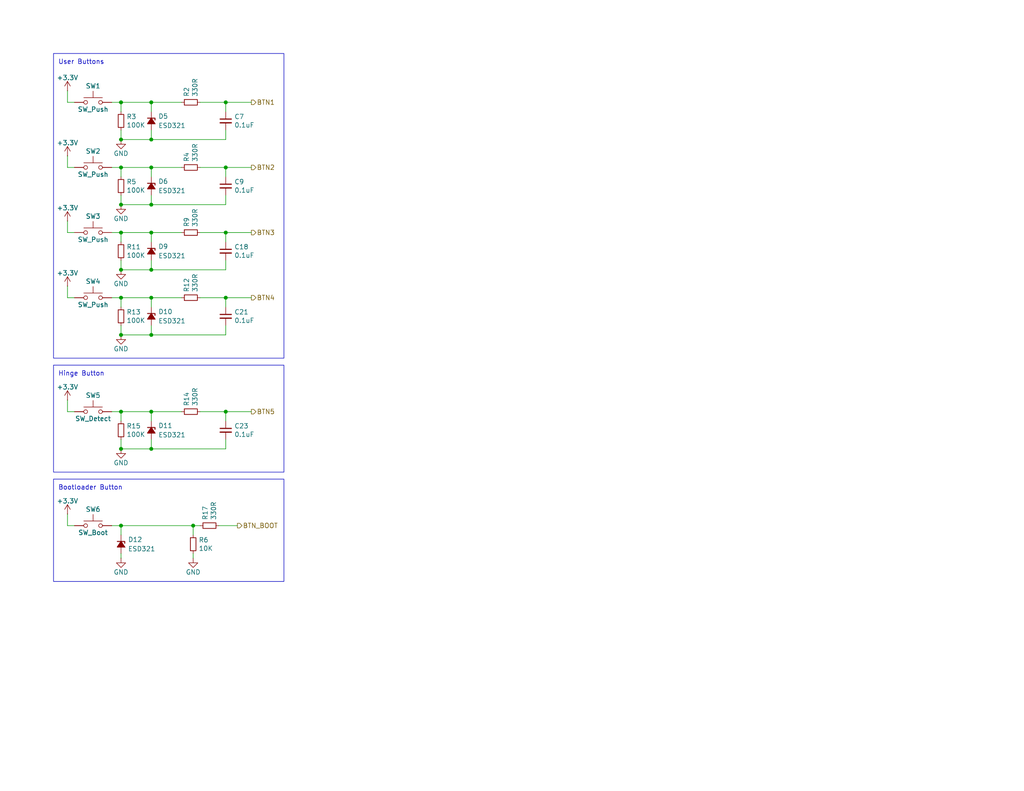
<source format=kicad_sch>
(kicad_sch (version 20231120) (generator "eeschema") (generator_version "8.0")
  (paper "USLetter")
  (title_block (title "Printalyzer UV/VIS Densitometer - Main Board") (date "2024-11-22") (rev "D") (company "Dektronics, Inc.") (comment 1 "Derek Konigsberg <dkonigsberg@dektronics.com>"))
  (lib_symbols
    (symbol "Device:C_Small" (pin_numbers hide) (pin_names (offset 0.254) hide)
      (property "Reference" "C" (at 0.254 1.778 0))
      (property "Value" "C_Small" (at 0.254 -2.032 0))
      (symbol "C_Small_0_1"
        (polyline (pts (xy -1.524 -0.508) (xy 1.524 -0.508)) (stroke (width 0.3302)))
        (polyline (pts (xy -1.524 0.508) (xy 1.524 0.508)) (stroke (width 0.3048)))
      )
      (symbol "C_Small_1_1"
        (pin passive line (at 0 2.54 270) (length 2.032) (name "~") (number "1"))
        (pin passive line (at 0 -2.54 90) (length 2.032) (name "~") (number "2"))
      )
    )
    (symbol "Device:R_Small" (pin_numbers hide) (pin_names (offset 0.254) hide)
      (property "Reference" "R" (at 0.762 0.508 0))
      (property "Value" "R_Small" (at 0.762 -1.016 0))
      (symbol "R_Small_0_1"
        (rectangle (start -0.762 1.778) (end 0.762 -1.778) (stroke (width 0.2032)))
      )
      (symbol "R_Small_1_1"
        (pin passive line (at 0 2.54 270) (length 0.762) (name "~") (number "1"))
        (pin passive line (at 0 -2.54 90) (length 0.762) (name "~") (number "2"))
      )
    )
    (symbol "Project:ESD321DYAR" (pin_numbers hide) (pin_names (offset 0.254) hide)
      (property "Reference" "D" (at 0 2.286 0))
      (property "Value" "ESD321DYAR" (at 0 -2.286 0))
      (symbol "ESD321DYAR_0_1"
        (polyline (pts (xy 0.762 0) (xy -0.762 0)))
        (polyline (pts (xy -0.254 1.016) (xy -0.762 1.016) (xy -0.762 -1.016)) (stroke (width 0.254)))
        (polyline (pts (xy 0.762 1.016) (xy -0.762 0) (xy 0.762 -1.016) (xy 0.762 1.016)) (stroke (width 0.254)) (fill (type outline)))
      )
      (symbol "ESD321DYAR_1_1"
        (pin passive line (at 2.54 0 180) (length 1.778) (name "A") (number "1"))
        (pin passive line (at -2.54 0 0) (length 1.778) (name "K") (number "2"))
      )
    )
    (symbol "Switch:SW_Push" (pin_numbers hide) (pin_names (offset 1.016) hide)
      (property "Reference" "SW" (at 1.27 2.54 0))
      (property "Value" "SW_Push" (at 0 -1.524 0))
      (symbol "SW_Push_0_1"
        (circle (center -2.032 0) (radius 0.508))
        (polyline (pts (xy 0 1.27) (xy 0 3.048)))
        (polyline (pts (xy 2.54 1.27) (xy -2.54 1.27)))
        (circle (center 2.032 0) (radius 0.508))
        (pin passive line (at -5.08 0 0) (length 2.54) (name "1") (number "1"))
        (pin passive line (at 5.08 0 180) (length 2.54) (name "2") (number "2"))
      )
    )
    (symbol "power:+3.3V" (power) (pin_numbers hide) (pin_names (offset 0) hide)
      (property "Value" "+3.3V" (at 0 3.556 0))
      (symbol "+3.3V_0_1"
        (polyline (pts (xy -0.762 1.27) (xy 0 2.54)))
        (polyline (pts (xy 0 0) (xy 0 2.54)))
        (polyline (pts (xy 0 2.54) (xy 0.762 1.27)))
      )
      (symbol "+3.3V_1_1"
        (pin power_in line (at 0 0 90) (length 0) (name "~") (number "1"))
      )
    )
    (symbol "power:GND" (power) (pin_numbers hide) (pin_names (offset 0) hide)
      (property "Value" "GND" (at 0 -3.81 0))
      (symbol "GND_0_1"
        (polyline (pts (xy 0 0) (xy 0 -1.27) (xy 1.27 -1.27) (xy 0 -2.54) (xy -1.27 -1.27) (xy 0 -1.27)))
      )
      (symbol "GND_1_1"
        (pin power_in line (at 0 0 270) (length 0) (name "~") (number "1"))
      )
    )
  )
  (junction (at 41.275 73.66))
  (junction (at 33.02 27.94))
  (junction (at 52.705 143.51))
  (junction (at 61.595 112.395))
  (junction (at 61.595 63.5))
  (junction (at 61.595 45.72))
  (junction (at 33.02 38.1))
  (junction (at 33.02 55.88))
  (junction (at 41.275 55.88))
  (junction (at 41.275 63.5))
  (junction (at 33.02 112.395))
  (junction (at 33.02 63.5))
  (junction (at 61.595 27.94))
  (junction (at 41.275 112.395))
  (junction (at 41.275 91.44))
  (junction (at 61.595 81.28))
  (junction (at 33.02 45.72))
  (junction (at 33.02 81.28))
  (junction (at 41.275 122.555))
  (junction (at 41.275 81.28))
  (junction (at 41.275 38.1))
  (junction (at 33.02 73.66))
  (junction (at 41.275 45.72))
  (junction (at 33.02 122.555))
  (junction (at 41.275 27.94))
  (junction (at 33.02 143.51))
  (junction (at 33.02 91.44))
  (wire (pts (xy 33.02 55.88) (xy 41.275 55.88)))
  (wire (pts (xy 61.595 63.5) (xy 68.58 63.5)))
  (wire (pts (xy 54.61 81.28) (xy 61.595 81.28)))
  (wire (pts (xy 41.275 73.66) (xy 61.595 73.66)))
  (wire (pts (xy 41.275 81.28) (xy 41.275 83.82)))
  (wire (pts (xy 54.61 27.94) (xy 61.595 27.94)))
  (wire (pts (xy 41.275 91.44) (xy 61.595 91.44)))
  (wire (pts (xy 61.595 27.94) (xy 61.595 30.48)))
  (wire (pts (xy 18.415 42.545) (xy 18.415 45.72)))
  (wire (pts (xy 41.275 112.395) (xy 41.275 114.935)))
  (wire (pts (xy 41.275 45.72) (xy 49.53 45.72)))
  (wire (pts (xy 61.595 114.935) (xy 61.595 112.395)))
  (wire (pts (xy 41.275 63.5) (xy 49.53 63.5)))
  (wire (pts (xy 33.02 73.66) (xy 41.275 73.66)))
  (wire (pts (xy 41.275 27.94) (xy 49.53 27.94)))
  (wire (pts (xy 18.415 27.94) (xy 20.32 27.94)))
  (wire (pts (xy 41.275 55.88) (xy 61.595 55.88)))
  (wire (pts (xy 41.275 112.395) (xy 49.53 112.395)))
  (wire (pts (xy 54.61 63.5) (xy 61.595 63.5)))
  (wire (pts (xy 41.275 38.1) (xy 61.595 38.1)))
  (wire (pts (xy 41.275 27.94) (xy 41.275 30.48)))
  (wire (pts (xy 30.48 143.51) (xy 33.02 143.51)))
  (wire (pts (xy 61.595 112.395) (xy 68.58 112.395)))
  (wire (pts (xy 41.275 63.5) (xy 41.275 66.04)))
  (wire (pts (xy 41.275 53.34) (xy 41.275 55.88)))
  (wire (pts (xy 18.415 24.765) (xy 18.415 27.94)))
  (wire (pts (xy 59.69 143.51) (xy 64.77 143.51)))
  (wire (pts (xy 30.48 27.94) (xy 33.02 27.94)))
  (wire (pts (xy 61.595 81.28) (xy 68.58 81.28)))
  (wire (pts (xy 61.595 55.88) (xy 61.595 53.34)))
  (wire (pts (xy 52.705 151.13) (xy 52.705 152.4)))
  (wire (pts (xy 30.48 45.72) (xy 33.02 45.72)))
  (wire (pts (xy 61.595 73.66) (xy 61.595 71.12)))
  (wire (pts (xy 33.02 48.26) (xy 33.02 45.72)))
  (wire (pts (xy 30.48 112.395) (xy 33.02 112.395)))
  (wire (pts (xy 61.595 66.04) (xy 61.595 63.5)))
  (wire (pts (xy 33.02 88.9) (xy 33.02 91.44)))
  (wire (pts (xy 41.275 88.9) (xy 41.275 91.44)))
  (wire (pts (xy 41.275 35.56) (xy 41.275 38.1)))
  (wire (pts (xy 41.275 81.28) (xy 49.53 81.28)))
  (wire (pts (xy 33.02 151.13) (xy 33.02 152.4)))
  (wire (pts (xy 33.02 114.935) (xy 33.02 112.395)))
  (wire (pts (xy 18.415 63.5) (xy 20.32 63.5)))
  (wire (pts (xy 61.595 48.26) (xy 61.595 45.72)))
  (wire (pts (xy 33.02 120.015) (xy 33.02 122.555)))
  (wire (pts (xy 41.275 45.72) (xy 41.275 48.26)))
  (wire (pts (xy 41.275 71.12) (xy 41.275 73.66)))
  (wire (pts (xy 61.595 91.44) (xy 61.595 88.9)))
  (wire (pts (xy 33.02 112.395) (xy 41.275 112.395)))
  (wire (pts (xy 18.415 81.28) (xy 20.32 81.28)))
  (wire (pts (xy 18.415 60.325) (xy 18.415 63.5)))
  (wire (pts (xy 33.02 83.82) (xy 33.02 81.28)))
  (wire (pts (xy 41.275 122.555) (xy 61.595 122.555)))
  (wire (pts (xy 33.02 27.94) (xy 41.275 27.94)))
  (wire (pts (xy 18.415 112.395) (xy 20.32 112.395)))
  (wire (pts (xy 54.61 112.395) (xy 61.595 112.395)))
  (wire (pts (xy 18.415 109.22) (xy 18.415 112.395)))
  (wire (pts (xy 33.02 81.28) (xy 41.275 81.28)))
  (wire (pts (xy 33.02 66.04) (xy 33.02 63.5)))
  (wire (pts (xy 30.48 81.28) (xy 33.02 81.28)))
  (wire (pts (xy 61.595 45.72) (xy 68.58 45.72)))
  (wire (pts (xy 61.595 35.56) (xy 61.595 38.1)))
  (wire (pts (xy 18.415 78.105) (xy 18.415 81.28)))
  (wire (pts (xy 33.02 45.72) (xy 41.275 45.72)))
  (wire (pts (xy 52.705 143.51) (xy 54.61 143.51)))
  (wire (pts (xy 61.595 27.94) (xy 68.58 27.94)))
  (wire (pts (xy 61.595 83.82) (xy 61.595 81.28)))
  (wire (pts (xy 18.415 45.72) (xy 20.32 45.72)))
  (wire (pts (xy 52.705 146.05) (xy 52.705 143.51)))
  (wire (pts (xy 54.61 45.72) (xy 61.595 45.72)))
  (wire (pts (xy 33.02 143.51) (xy 33.02 146.05)))
  (wire (pts (xy 18.415 140.335) (xy 18.415 143.51)))
  (wire (pts (xy 33.02 38.1) (xy 41.275 38.1)))
  (wire (pts (xy 61.595 122.555) (xy 61.595 120.015)))
  (wire (pts (xy 33.02 35.56) (xy 33.02 38.1)))
  (wire (pts (xy 33.02 30.48) (xy 33.02 27.94)))
  (wire (pts (xy 33.02 143.51) (xy 52.705 143.51)))
  (wire (pts (xy 33.02 91.44) (xy 41.275 91.44)))
  (wire (pts (xy 41.275 120.015) (xy 41.275 122.555)))
  (wire (pts (xy 30.48 63.5) (xy 33.02 63.5)))
  (wire (pts (xy 33.02 63.5) (xy 41.275 63.5)))
  (wire (pts (xy 33.02 71.12) (xy 33.02 73.66)))
  (wire (pts (xy 33.02 53.34) (xy 33.02 55.88)))
  (wire (pts (xy 33.02 122.555) (xy 41.275 122.555)))
  (wire (pts (xy 18.415 143.51) (xy 20.32 143.51)))
  (rectangle (start 14.605 130.81) (end 77.47 158.75))
  (rectangle (start 14.605 14.605) (end 77.47 97.79))
  (rectangle (start 14.605 99.695) (end 77.47 128.905))
  (text "User Buttons" (at 15.875 17.78 0) (effects (font (size 1.27 1.27)) (justify left bottom)))
  (text "Hinge Button" (at 15.875 102.87 0) (effects (font (size 1.27 1.27)) (justify left bottom)))
  (text "Bootloader Button" (at 15.875 133.985 0) (effects (font (size 1.27 1.27)) (justify left bottom)))
  (hierarchical_label "BTN1" (shape output) (at 68.58 27.94 0))
  (hierarchical_label "BTN_BOOT" (shape output) (at 64.77 143.51 0))
  (hierarchical_label "BTN4" (shape output) (at 68.58 81.28 0))
  (hierarchical_label "BTN2" (shape output) (at 68.58 45.72 0))
  (hierarchical_label "BTN3" (shape output) (at 68.58 63.5 0))
  (hierarchical_label "BTN5" (shape output) (at 68.58 112.395 0))
  (symbol (lib_id "power:GND") (at 52.705 152.4 0) (unit 1)
    (property "Reference" "#PWR045" (effects (hide yes)))
    (property "Value" "GND" (at 52.705 156.21 0))
    (property "Description" "Power symbol creates a global label with name \"GND\" , ground" (effects (hide yes)))
  )
  (symbol (lib_id "power:GND") (at 33.02 122.555 0) (unit 1)
    (property "Reference" "#PWR042" (effects (hide yes)))
    (property "Value" "GND" (at 33.02 126.365 0))
    (property "Description" "Power symbol creates a global label with name \"GND\" , ground" (effects (hide yes)))
  )
  (symbol (lib_id "Device:C_Small") (at 61.595 68.58 0) (unit 1)
    (property "Reference" "C18" (at 63.9318 67.4116 0) (effects (justify left)))
    (property "Value" "0.1uF" (at 63.9318 69.723 0) (effects (justify left)))
    (property "Footprint" "Capacitor_SMD:C_0603_1608Metric" (effects (hide yes)))
    (property "Datasheet" "https://media.digikey.com/pdf/Data%20Sheets/Samsung%20PDFs/CL10B104KA8NNNC_Spec.pdf" (effects (hide yes)))
    (property "Description" "CAP CER 0.1UF 25V X7R 0603" (effects (hide yes)))
    (property "Manufacturer" "Samsung Electro-Mechanics" (effects (hide yes)))
    (property "Manufacturer PN" "CL10B104KA8NNNC" (effects (hide yes)))
    (property "Supplier" "LCSC" (effects (hide yes)))
    (property "Supplier PN" "C1590" (effects (hide yes)))
  )
  (symbol (lib_id "power:GND") (at 33.02 73.66 0) (unit 1)
    (property "Reference" "#PWR018" (effects (hide yes)))
    (property "Value" "GND" (at 33.02 77.47 0))
    (property "Description" "Power symbol creates a global label with name \"GND\" , ground" (effects (hide yes)))
  )
  (symbol (lib_id "Switch:SW_Push") (at 25.4 112.395 0) (unit 1)
    (property "Reference" "SW5" (at 25.4 107.95 0))
    (property "Value" "SW_Detect" (at 25.4 114.3 0))
    (property "Footprint" "lib_fp:CK_KSU213WLFG" (effects (hide yes)))
    (property "Datasheet" "https://www.ckswitches.com/media/1312/ksu.pdf" (effects (hide yes)))
    (property "Description" "SWITCH DETECTOR SPST-NO 10MA 50V" (effects (hide yes)))
    (property "Manufacturer" "C&K" (effects (hide yes)))
    (property "Manufacturer PN" "KSU213WLFG" (effects (hide yes)))
    (property "Supplier" "Newark" (effects (hide yes)))
    (property "Supplier PN" "35AH1293" (effects (hide yes)))
  )
  (symbol (lib_id "Device:R_Small") (at 52.07 63.5 90) (unit 1)
    (property "Reference" "R9" (at 50.9016 62.0014 0) (effects (justify left)))
    (property "Value" "330R" (at 53.213 62.0014 0) (effects (justify left)))
    (property "Footprint" "Resistor_SMD:R_0603_1608Metric" (effects (hide yes)))
    (property "Datasheet" "https://datasheet.lcsc.com/lcsc/1810231410_YAGEO-RC0603JR-07330RL_C105879.pdf" (effects (hide yes)))
    (property "Description" "RES SMD 330 OHM 5% 1/10W 0603" (effects (hide yes)))
    (property "Manufacturer" "Yaego" (effects (hide yes)))
    (property "Manufacturer PN" "RC0603JR-07330RL" (effects (hide yes)))
    (property "Supplier" "LCSC" (effects (hide yes)))
    (property "Supplier PN" "C105879" (effects (hide yes)))
  )
  (symbol (lib_id "power:+3.3V") (at 18.415 109.22 0) (unit 1)
    (property "Reference" "#PWR041" (effects (hide yes)))
    (property "Value" "+3.3V" (at 18.415 105.664 0))
    (property "Description" "Power symbol creates a global label with name \"+3.3V\"" (effects (hide yes)))
  )
  (symbol (lib_id "power:+3.3V") (at 18.415 24.765 0) (unit 1)
    (property "Reference" "#PWR06" (effects (hide yes)))
    (property "Value" "+3.3V" (at 18.415 21.209 0))
    (property "Description" "Power symbol creates a global label with name \"+3.3V\"" (effects (hide yes)))
  )
  (symbol (lib_id "Switch:SW_Push") (at 25.4 45.72 0) (unit 1)
    (property "Reference" "SW2" (at 25.4 41.275 0))
    (property "Value" "SW_Push" (at 25.4 47.625 0))
    (property "Footprint" "lib_fp:ESwitch_TL1105_6mm_H7.5mm" (effects (hide yes)))
    (property "Datasheet" "https://sten-eswitch-13110800-production.s3.amazonaws.com/system/asset/product_line/data_sheet/144/TL1105.pdf" (effects (hide yes)))
    (property "Description" "SWITCH TACTILE SPST-NO 0.05A 12V" (effects (hide yes)))
    (property "Manufacturer" "E-Switch" (effects (hide yes)))
    (property "Manufacturer PN" "TL1105SPF160Q" (effects (hide yes)))
    (property "Supplier" "Digi-Key" (effects (hide yes)))
    (property "Supplier PN" "EG1861-ND" (effects (hide yes)))
  )
  (symbol (lib_id "Switch:SW_Push") (at 25.4 81.28 0) (unit 1)
    (property "Reference" "SW4" (at 25.4 76.835 0))
    (property "Value" "SW_Push" (at 25.4 83.185 0))
    (property "Footprint" "lib_fp:ESwitch_TL1105_6mm_H7.5mm" (effects (hide yes)))
    (property "Datasheet" "https://sten-eswitch-13110800-production.s3.amazonaws.com/system/asset/product_line/data_sheet/144/TL1105.pdf" (effects (hide yes)))
    (property "Description" "SWITCH TACTILE SPST-NO 0.05A 12V" (effects (hide yes)))
    (property "Manufacturer" "E-Switch" (effects (hide yes)))
    (property "Manufacturer PN" "TL1105SPF160Q" (effects (hide yes)))
    (property "Supplier" "Digi-Key" (effects (hide yes)))
    (property "Supplier PN" "EG1861-ND" (effects (hide yes)))
  )
  (symbol (lib_id "power:+3.3V") (at 18.415 140.335 0) (unit 1)
    (property "Reference" "#PWR043" (effects (hide yes)))
    (property "Value" "+3.3V" (at 18.415 136.779 0))
    (property "Description" "Power symbol creates a global label with name \"+3.3V\"" (effects (hide yes)))
  )
  (symbol (lib_id "Device:R_Small") (at 52.07 81.28 90) (unit 1)
    (property "Reference" "R12" (at 50.9016 79.7814 0) (effects (justify left)))
    (property "Value" "330R" (at 53.213 79.7814 0) (effects (justify left)))
    (property "Footprint" "Resistor_SMD:R_0603_1608Metric" (effects (hide yes)))
    (property "Datasheet" "https://datasheet.lcsc.com/lcsc/1810231410_YAGEO-RC0603JR-07330RL_C105879.pdf" (effects (hide yes)))
    (property "Description" "RES SMD 330 OHM 5% 1/10W 0603" (effects (hide yes)))
    (property "Manufacturer" "Yaego" (effects (hide yes)))
    (property "Manufacturer PN" "RC0603JR-07330RL" (effects (hide yes)))
    (property "Supplier" "LCSC" (effects (hide yes)))
    (property "Supplier PN" "C105879" (effects (hide yes)))
  )
  (symbol (lib_id "Switch:SW_Push") (at 25.4 63.5 0) (unit 1)
    (property "Reference" "SW3" (at 25.4 59.055 0))
    (property "Value" "SW_Push" (at 25.4 65.405 0))
    (property "Footprint" "lib_fp:ESwitch_TL1105_6mm_H7.5mm" (effects (hide yes)))
    (property "Datasheet" "https://sten-eswitch-13110800-production.s3.amazonaws.com/system/asset/product_line/data_sheet/144/TL1105.pdf" (effects (hide yes)))
    (property "Description" "SWITCH TACTILE SPST-NO 0.05A 12V" (effects (hide yes)))
    (property "Manufacturer" "E-Switch" (effects (hide yes)))
    (property "Manufacturer PN" "TL1105SPF160Q" (effects (hide yes)))
    (property "Supplier" "Digi-Key" (effects (hide yes)))
    (property "Supplier PN" "EG1861-ND" (effects (hide yes)))
  )
  (symbol (lib_id "power:GND") (at 33.02 152.4 0) (unit 1)
    (property "Reference" "#PWR044" (effects (hide yes)))
    (property "Value" "GND" (at 33.02 156.21 0))
    (property "Description" "Power symbol creates a global label with name \"GND\" , ground" (effects (hide yes)))
  )
  (symbol (lib_id "Device:R_Small") (at 52.705 148.59 0) (unit 1)
    (property "Reference" "R6" (at 54.2036 147.4216 0) (effects (justify left)))
    (property "Value" "10K" (at 54.2036 149.733 0) (effects (justify left)))
    (property "Footprint" "Resistor_SMD:R_0603_1608Metric" (effects (hide yes)))
    (property "Datasheet" "https://datasheet.lcsc.com/lcsc/1811081617_YAGEO-RC0603JR-0710KL_C99198.pdf" (effects (hide yes)))
    (property "Description" "RES SMD 10K OHM 5% 1/10W 0603" (effects (hide yes)))
    (property "Manufacturer" "Yaego" (effects (hide yes)))
    (property "Manufacturer PN" "RC0603JR-0710KL" (effects (hide yes)))
    (property "Supplier" "LCSC" (effects (hide yes)))
    (property "Supplier PN" "C99198" (effects (hide yes)))
  )
  (symbol (lib_id "Device:R_Small") (at 33.02 117.475 0) (unit 1)
    (property "Reference" "R15" (at 34.5186 116.3066 0) (effects (justify left)))
    (property "Value" "100K" (at 34.5186 118.618 0) (effects (justify left)))
    (property "Footprint" "Resistor_SMD:R_0603_1608Metric" (effects (hide yes)))
    (property "Datasheet" "https://datasheet.lcsc.com/lcsc/1810231425_YAGEO-RC0603JR-07100KL_C100048.pdf" (effects (hide yes)))
    (property "Description" "RES SMD 100K OHM 5% 1/10W 0603" (effects (hide yes)))
    (property "Manufacturer" "Yaego" (effects (hide yes)))
    (property "Manufacturer PN" "RC0603JR-07100KL" (effects (hide yes)))
    (property "Supplier" "LCSC" (effects (hide yes)))
    (property "Supplier PN" "C100048" (effects (hide yes)))
  )
  (symbol (lib_id "Switch:SW_Push") (at 25.4 27.94 0) (unit 1)
    (property "Reference" "SW1" (at 25.4 23.495 0))
    (property "Value" "SW_Push" (at 25.4 29.845 0))
    (property "Footprint" "lib_fp:ESwitch_TL1105_6mm_H7.5mm" (effects (hide yes)))
    (property "Datasheet" "https://sten-eswitch-13110800-production.s3.amazonaws.com/system/asset/product_line/data_sheet/144/TL1105.pdf" (effects (hide yes)))
    (property "Description" "SWITCH TACTILE SPST-NO 0.05A 12V" (effects (hide yes)))
    (property "Manufacturer" "E-Switch" (effects (hide yes)))
    (property "Manufacturer PN" "TL1105SPF160Q" (effects (hide yes)))
    (property "Supplier" "Digi-Key" (effects (hide yes)))
    (property "Supplier PN" "EG1861-ND" (effects (hide yes)))
  )
  (symbol (lib_id "Project:ESD321DYAR") (at 33.02 148.59 270) (unit 1)
    (property "Reference" "D12" (at 34.925 147.32 90) (effects (justify left)))
    (property "Value" "ESD321" (at 34.925 149.86 90) (effects (justify left)))
    (property "Footprint" "lib_fp:D_TI_SOD-523_DYA0002A" (effects (hide yes)))
    (property "Datasheet" "https://www.ti.com/lit/ds/symlink/esd321.pdf" (effects (hide yes)))
    (property "Description" "TVS DIODE 3.6VWM 6.3VC SOD523" (effects (hide yes)))
    (property "Manufacturer" "Texas Instruments" (effects (hide yes)))
    (property "Manufacturer PN" "ESD321DYAR" (effects (hide yes)))
    (property "Supplier" "Digi-Key" (effects (hide yes)))
    (property "Supplier PN" "296-ESD321DYARCT-ND" (effects (hide yes)))
  )
  (symbol (lib_id "power:+3.3V") (at 18.415 42.545 0) (unit 1)
    (property "Reference" "#PWR012" (effects (hide yes)))
    (property "Value" "+3.3V" (at 18.415 38.989 0))
    (property "Description" "Power symbol creates a global label with name \"+3.3V\"" (effects (hide yes)))
  )
  (symbol (lib_id "Switch:SW_Push") (at 25.4 143.51 0) (unit 1)
    (property "Reference" "SW6" (at 25.4 139.065 0))
    (property "Value" "SW_Boot" (at 25.4 145.415 0))
    (property "Footprint" "lib_fp:Panasonic_EVQP7C_EVQP7L" (effects (hide yes)))
    (property "Datasheet" "https://industrial.panasonic.com/cdbs/www-data/pdf/ATK0000/ATK0000C378.pdf" (effects (hide yes)))
    (property "Description" "SWITCH TACTILE SPST-NO 0.05A 12V" (effects (hide yes)))
    (property "Manufacturer" "Panasonic Electronic Components" (effects (hide yes)))
    (property "Manufacturer PN" "EVQ-P7L01P" (effects (hide yes)))
    (property "Supplier" "Mouser" (effects (hide yes)))
    (property "Supplier PN" "667-EVQP7L01P" (effects (hide yes)))
  )
  (symbol (lib_id "Device:C_Small") (at 61.595 50.8 0) (unit 1)
    (property "Reference" "C9" (at 63.9318 49.6316 0) (effects (justify left)))
    (property "Value" "0.1uF" (at 63.9318 51.943 0) (effects (justify left)))
    (property "Footprint" "Capacitor_SMD:C_0603_1608Metric" (effects (hide yes)))
    (property "Datasheet" "https://media.digikey.com/pdf/Data%20Sheets/Samsung%20PDFs/CL10B104KA8NNNC_Spec.pdf" (effects (hide yes)))
    (property "Description" "CAP CER 0.1UF 25V X7R 0603" (effects (hide yes)))
    (property "Manufacturer" "Samsung Electro-Mechanics" (effects (hide yes)))
    (property "Manufacturer PN" "CL10B104KA8NNNC" (effects (hide yes)))
    (property "Supplier" "LCSC" (effects (hide yes)))
    (property "Supplier PN" "C1590" (effects (hide yes)))
  )
  (symbol (lib_id "Project:ESD321DYAR") (at 41.275 33.02 270) (unit 1)
    (property "Reference" "D5" (at 43.18 31.75 90) (effects (justify left)))
    (property "Value" "ESD321" (at 43.18 34.29 90) (effects (justify left)))
    (property "Footprint" "lib_fp:D_TI_SOD-523_DYA0002A" (effects (hide yes)))
    (property "Datasheet" "https://www.ti.com/lit/ds/symlink/esd321.pdf" (effects (hide yes)))
    (property "Description" "TVS DIODE 3.6VWM 6.3VC SOD523" (effects (hide yes)))
    (property "Manufacturer" "Texas Instruments" (effects (hide yes)))
    (property "Manufacturer PN" "ESD321DYAR" (effects (hide yes)))
    (property "Supplier" "Digi-Key" (effects (hide yes)))
    (property "Supplier PN" "296-ESD321DYARCT-ND" (effects (hide yes)))
  )
  (symbol (lib_id "Device:R_Small") (at 33.02 33.02 0) (unit 1)
    (property "Reference" "R3" (at 34.5186 31.8516 0) (effects (justify left)))
    (property "Value" "100K" (at 34.5186 34.163 0) (effects (justify left)))
    (property "Footprint" "Resistor_SMD:R_0603_1608Metric" (effects (hide yes)))
    (property "Datasheet" "https://datasheet.lcsc.com/lcsc/1810231425_YAGEO-RC0603JR-07100KL_C100048.pdf" (effects (hide yes)))
    (property "Description" "RES SMD 100K OHM 5% 1/10W 0603" (effects (hide yes)))
    (property "Manufacturer" "Yaego" (effects (hide yes)))
    (property "Manufacturer PN" "RC0603JR-07100KL" (effects (hide yes)))
    (property "Supplier" "LCSC" (effects (hide yes)))
    (property "Supplier PN" "C100048" (effects (hide yes)))
  )
  (symbol (lib_id "Device:C_Small") (at 61.595 117.475 0) (unit 1)
    (property "Reference" "C23" (at 63.9318 116.3066 0) (effects (justify left)))
    (property "Value" "0.1uF" (at 63.9318 118.618 0) (effects (justify left)))
    (property "Footprint" "Capacitor_SMD:C_0603_1608Metric" (effects (hide yes)))
    (property "Datasheet" "https://media.digikey.com/pdf/Data%20Sheets/Samsung%20PDFs/CL10B104KA8NNNC_Spec.pdf" (effects (hide yes)))
    (property "Description" "CAP CER 0.1UF 25V X7R 0603" (effects (hide yes)))
    (property "Manufacturer" "Samsung Electro-Mechanics" (effects (hide yes)))
    (property "Manufacturer PN" "CL10B104KA8NNNC" (effects (hide yes)))
    (property "Supplier" "LCSC" (effects (hide yes)))
    (property "Supplier PN" "C1590" (effects (hide yes)))
  )
  (symbol (lib_id "power:+3.3V") (at 18.415 60.325 0) (unit 1)
    (property "Reference" "#PWR016" (effects (hide yes)))
    (property "Value" "+3.3V" (at 18.415 56.769 0))
    (property "Description" "Power symbol creates a global label with name \"+3.3V\"" (effects (hide yes)))
  )
  (symbol (lib_id "power:GND") (at 33.02 91.44 0) (unit 1)
    (property "Reference" "#PWR022" (effects (hide yes)))
    (property "Value" "GND" (at 33.02 95.25 0))
    (property "Description" "Power symbol creates a global label with name \"GND\" , ground" (effects (hide yes)))
  )
  (symbol (lib_id "Project:ESD321DYAR") (at 41.275 86.36 270) (unit 1)
    (property "Reference" "D10" (at 43.18 85.09 90) (effects (justify left)))
    (property "Value" "ESD321" (at 43.18 87.63 90) (effects (justify left)))
    (property "Footprint" "lib_fp:D_TI_SOD-523_DYA0002A" (effects (hide yes)))
    (property "Datasheet" "https://www.ti.com/lit/ds/symlink/esd321.pdf" (effects (hide yes)))
    (property "Description" "TVS DIODE 3.6VWM 6.3VC SOD523" (effects (hide yes)))
    (property "Manufacturer" "Texas Instruments" (effects (hide yes)))
    (property "Manufacturer PN" "ESD321DYAR" (effects (hide yes)))
    (property "Supplier" "Digi-Key" (effects (hide yes)))
    (property "Supplier PN" "296-ESD321DYARCT-ND" (effects (hide yes)))
  )
  (symbol (lib_id "Device:C_Small") (at 61.595 33.02 0) (unit 1)
    (property "Reference" "C7" (at 63.9318 31.8516 0) (effects (justify left)))
    (property "Value" "0.1uF" (at 63.9318 34.163 0) (effects (justify left)))
    (property "Footprint" "Capacitor_SMD:C_0603_1608Metric" (effects (hide yes)))
    (property "Datasheet" "https://media.digikey.com/pdf/Data%20Sheets/Samsung%20PDFs/CL10B104KA8NNNC_Spec.pdf" (effects (hide yes)))
    (property "Description" "CAP CER 0.1UF 25V X7R 0603" (effects (hide yes)))
    (property "Manufacturer" "Samsung Electro-Mechanics" (effects (hide yes)))
    (property "Manufacturer PN" "CL10B104KA8NNNC" (effects (hide yes)))
    (property "Supplier" "LCSC" (effects (hide yes)))
    (property "Supplier PN" "C1590" (effects (hide yes)))
  )
  (symbol (lib_id "power:GND") (at 33.02 38.1 0) (unit 1)
    (property "Reference" "#PWR08" (effects (hide yes)))
    (property "Value" "GND" (at 33.02 41.91 0))
    (property "Description" "Power symbol creates a global label with name \"GND\" , ground" (effects (hide yes)))
  )
  (symbol (lib_id "Device:R_Small") (at 57.15 143.51 90) (unit 1)
    (property "Reference" "R17" (at 55.9816 142.0114 0) (effects (justify left)))
    (property "Value" "330R" (at 58.293 142.0114 0) (effects (justify left)))
    (property "Footprint" "Resistor_SMD:R_0603_1608Metric" (effects (hide yes)))
    (property "Datasheet" "https://datasheet.lcsc.com/lcsc/1810231410_YAGEO-RC0603JR-07330RL_C105879.pdf" (effects (hide yes)))
    (property "Description" "RES SMD 330 OHM 5% 1/10W 0603" (effects (hide yes)))
    (property "Manufacturer" "Yaego" (effects (hide yes)))
    (property "Manufacturer PN" "RC0603JR-07330RL" (effects (hide yes)))
    (property "Supplier" "LCSC" (effects (hide yes)))
    (property "Supplier PN" "C105879" (effects (hide yes)))
  )
  (symbol (lib_id "Device:R_Small") (at 33.02 86.36 0) (unit 1)
    (property "Reference" "R13" (at 34.5186 85.1916 0) (effects (justify left)))
    (property "Value" "100K" (at 34.5186 87.503 0) (effects (justify left)))
    (property "Footprint" "Resistor_SMD:R_0603_1608Metric" (effects (hide yes)))
    (property "Datasheet" "https://datasheet.lcsc.com/lcsc/1810231425_YAGEO-RC0603JR-07100KL_C100048.pdf" (effects (hide yes)))
    (property "Description" "RES SMD 100K OHM 5% 1/10W 0603" (effects (hide yes)))
    (property "Manufacturer" "Yaego" (effects (hide yes)))
    (property "Manufacturer PN" "RC0603JR-07100KL" (effects (hide yes)))
    (property "Supplier" "LCSC" (effects (hide yes)))
    (property "Supplier PN" "C100048" (effects (hide yes)))
  )
  (symbol (lib_id "Device:R_Small") (at 52.07 27.94 90) (unit 1)
    (property "Reference" "R2" (at 50.9016 26.4414 0) (effects (justify left)))
    (property "Value" "330R" (at 53.213 26.4414 0) (effects (justify left)))
    (property "Footprint" "Resistor_SMD:R_0603_1608Metric" (effects (hide yes)))
    (property "Datasheet" "https://datasheet.lcsc.com/lcsc/1810231410_YAGEO-RC0603JR-07330RL_C105879.pdf" (effects (hide yes)))
    (property "Description" "RES SMD 330 OHM 5% 1/10W 0603" (effects (hide yes)))
    (property "Manufacturer" "Yaego" (effects (hide yes)))
    (property "Manufacturer PN" "RC0603JR-07330RL" (effects (hide yes)))
    (property "Supplier" "LCSC" (effects (hide yes)))
    (property "Supplier PN" "C105879" (effects (hide yes)))
  )
  (symbol (lib_id "Device:R_Small") (at 52.07 45.72 90) (unit 1)
    (property "Reference" "R4" (at 50.9016 44.2214 0) (effects (justify left)))
    (property "Value" "330R" (at 53.213 44.2214 0) (effects (justify left)))
    (property "Footprint" "Resistor_SMD:R_0603_1608Metric" (effects (hide yes)))
    (property "Datasheet" "https://datasheet.lcsc.com/lcsc/1810231410_YAGEO-RC0603JR-07330RL_C105879.pdf" (effects (hide yes)))
    (property "Description" "RES SMD 330 OHM 5% 1/10W 0603" (effects (hide yes)))
    (property "Manufacturer" "Yaego" (effects (hide yes)))
    (property "Manufacturer PN" "RC0603JR-07330RL" (effects (hide yes)))
    (property "Supplier" "LCSC" (effects (hide yes)))
    (property "Supplier PN" "C105879" (effects (hide yes)))
  )
  (symbol (lib_id "Project:ESD321DYAR") (at 41.275 68.58 270) (unit 1)
    (property "Reference" "D9" (at 43.18 67.31 90) (effects (justify left)))
    (property "Value" "ESD321" (at 43.18 69.85 90) (effects (justify left)))
    (property "Footprint" "lib_fp:D_TI_SOD-523_DYA0002A" (effects (hide yes)))
    (property "Datasheet" "https://www.ti.com/lit/ds/symlink/esd321.pdf" (effects (hide yes)))
    (property "Description" "TVS DIODE 3.6VWM 6.3VC SOD523" (effects (hide yes)))
    (property "Manufacturer" "Texas Instruments" (effects (hide yes)))
    (property "Manufacturer PN" "ESD321DYAR" (effects (hide yes)))
    (property "Supplier" "Digi-Key" (effects (hide yes)))
    (property "Supplier PN" "296-ESD321DYARCT-ND" (effects (hide yes)))
  )
  (symbol (lib_id "Device:R_Small") (at 33.02 68.58 0) (unit 1)
    (property "Reference" "R11" (at 34.5186 67.4116 0) (effects (justify left)))
    (property "Value" "100K" (at 34.5186 69.723 0) (effects (justify left)))
    (property "Footprint" "Resistor_SMD:R_0603_1608Metric" (effects (hide yes)))
    (property "Datasheet" "https://datasheet.lcsc.com/lcsc/1810231425_YAGEO-RC0603JR-07100KL_C100048.pdf" (effects (hide yes)))
    (property "Description" "RES SMD 100K OHM 5% 1/10W 0603" (effects (hide yes)))
    (property "Manufacturer" "Yaego" (effects (hide yes)))
    (property "Manufacturer PN" "RC0603JR-07100KL" (effects (hide yes)))
    (property "Supplier" "LCSC" (effects (hide yes)))
    (property "Supplier PN" "C100048" (effects (hide yes)))
  )
  (symbol (lib_id "Device:R_Small") (at 33.02 50.8 0) (unit 1)
    (property "Reference" "R5" (at 34.5186 49.6316 0) (effects (justify left)))
    (property "Value" "100K" (at 34.5186 51.943 0) (effects (justify left)))
    (property "Footprint" "Resistor_SMD:R_0603_1608Metric" (effects (hide yes)))
    (property "Datasheet" "https://datasheet.lcsc.com/lcsc/1810231425_YAGEO-RC0603JR-07100KL_C100048.pdf" (effects (hide yes)))
    (property "Description" "RES SMD 100K OHM 5% 1/10W 0603" (effects (hide yes)))
    (property "Manufacturer" "Yaego" (effects (hide yes)))
    (property "Manufacturer PN" "RC0603JR-07100KL" (effects (hide yes)))
    (property "Supplier" "LCSC" (effects (hide yes)))
    (property "Supplier PN" "C100048" (effects (hide yes)))
  )
  (symbol (lib_id "power:GND") (at 33.02 55.88 0) (unit 1)
    (property "Reference" "#PWR014" (effects (hide yes)))
    (property "Value" "GND" (at 33.02 59.69 0))
    (property "Description" "Power symbol creates a global label with name \"GND\" , ground" (effects (hide yes)))
  )
  (symbol (lib_id "Device:C_Small") (at 61.595 86.36 0) (unit 1)
    (property "Reference" "C21" (at 63.9318 85.1916 0) (effects (justify left)))
    (property "Value" "0.1uF" (at 63.9318 87.503 0) (effects (justify left)))
    (property "Footprint" "Capacitor_SMD:C_0603_1608Metric" (effects (hide yes)))
    (property "Datasheet" "https://media.digikey.com/pdf/Data%20Sheets/Samsung%20PDFs/CL10B104KA8NNNC_Spec.pdf" (effects (hide yes)))
    (property "Description" "CAP CER 0.1UF 25V X7R 0603" (effects (hide yes)))
    (property "Manufacturer" "Samsung Electro-Mechanics" (effects (hide yes)))
    (property "Manufacturer PN" "CL10B104KA8NNNC" (effects (hide yes)))
    (property "Supplier" "LCSC" (effects (hide yes)))
    (property "Supplier PN" "C1590" (effects (hide yes)))
  )
  (symbol (lib_id "power:+3.3V") (at 18.415 78.105 0) (unit 1)
    (property "Reference" "#PWR021" (effects (hide yes)))
    (property "Value" "+3.3V" (at 18.415 74.549 0))
    (property "Description" "Power symbol creates a global label with name \"+3.3V\"" (effects (hide yes)))
  )
  (symbol (lib_id "Project:ESD321DYAR") (at 41.275 117.475 270) (unit 1)
    (property "Reference" "D11" (at 43.18 116.205 90) (effects (justify left)))
    (property "Value" "ESD321" (at 43.18 118.745 90) (effects (justify left)))
    (property "Footprint" "lib_fp:D_TI_SOD-523_DYA0002A" (effects (hide yes)))
    (property "Datasheet" "https://www.ti.com/lit/ds/symlink/esd321.pdf" (effects (hide yes)))
    (property "Description" "TVS DIODE 3.6VWM 6.3VC SOD523" (effects (hide yes)))
    (property "Manufacturer" "Texas Instruments" (effects (hide yes)))
    (property "Manufacturer PN" "ESD321DYAR" (effects (hide yes)))
    (property "Supplier" "Digi-Key" (effects (hide yes)))
    (property "Supplier PN" "296-ESD321DYARCT-ND" (effects (hide yes)))
  )
  (symbol (lib_id "Project:ESD321DYAR") (at 41.275 50.8 270) (unit 1)
    (property "Reference" "D6" (at 43.18 49.53 90) (effects (justify left)))
    (property "Value" "ESD321" (at 43.18 52.07 90) (effects (justify left)))
    (property "Footprint" "lib_fp:D_TI_SOD-523_DYA0002A" (effects (hide yes)))
    (property "Datasheet" "https://www.ti.com/lit/ds/symlink/esd321.pdf" (effects (hide yes)))
    (property "Description" "TVS DIODE 3.6VWM 6.3VC SOD523" (effects (hide yes)))
    (property "Manufacturer" "Texas Instruments" (effects (hide yes)))
    (property "Manufacturer PN" "ESD321DYAR" (effects (hide yes)))
    (property "Supplier" "Digi-Key" (effects (hide yes)))
    (property "Supplier PN" "296-ESD321DYARCT-ND" (effects (hide yes)))
  )
  (symbol (lib_id "Device:R_Small") (at 52.07 112.395 90) (unit 1)
    (property "Reference" "R14" (at 50.9016 110.8964 0) (effects (justify left)))
    (property "Value" "330R" (at 53.213 110.8964 0) (effects (justify left)))
    (property "Footprint" "Resistor_SMD:R_0603_1608Metric" (effects (hide yes)))
    (property "Datasheet" "https://datasheet.lcsc.com/lcsc/1810231410_YAGEO-RC0603JR-07330RL_C105879.pdf" (effects (hide yes)))
    (property "Description" "RES SMD 330 OHM 5% 1/10W 0603" (effects (hide yes)))
    (property "Manufacturer" "Yaego" (effects (hide yes)))
    (property "Manufacturer PN" "RC0603JR-07330RL" (effects (hide yes)))
    (property "Supplier" "LCSC" (effects (hide yes)))
    (property "Supplier PN" "C105879" (effects (hide yes)))
  )
)
</source>
